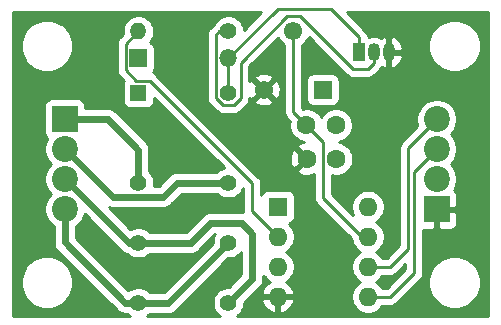
<source format=gbr>
%TF.GenerationSoftware,KiCad,Pcbnew,(5.1.12)-1*%
%TF.CreationDate,2022-01-10T13:04:04+01:00*%
%TF.ProjectId,trainCatcherRelay,74726169-6e43-4617-9463-68657252656c,rev?*%
%TF.SameCoordinates,Original*%
%TF.FileFunction,Copper,L2,Bot*%
%TF.FilePolarity,Positive*%
%FSLAX46Y46*%
G04 Gerber Fmt 4.6, Leading zero omitted, Abs format (unit mm)*
G04 Created by KiCad (PCBNEW (5.1.12)-1) date 2022-01-10 13:04:04*
%MOMM*%
%LPD*%
G01*
G04 APERTURE LIST*
%TA.AperFunction,ComponentPad*%
%ADD10C,1.550000*%
%TD*%
%TA.AperFunction,ComponentPad*%
%ADD11R,1.550000X1.550000*%
%TD*%
%TA.AperFunction,ComponentPad*%
%ADD12C,1.600000*%
%TD*%
%TA.AperFunction,ComponentPad*%
%ADD13C,1.400000*%
%TD*%
%TA.AperFunction,ComponentPad*%
%ADD14R,1.400000X1.400000*%
%TD*%
%TA.AperFunction,ComponentPad*%
%ADD15R,1.050000X1.500000*%
%TD*%
%TA.AperFunction,ComponentPad*%
%ADD16O,1.050000X1.500000*%
%TD*%
%TA.AperFunction,ComponentPad*%
%ADD17O,1.600000X1.600000*%
%TD*%
%TA.AperFunction,ComponentPad*%
%ADD18R,1.600000X1.600000*%
%TD*%
%TA.AperFunction,ComponentPad*%
%ADD19O,1.400000X1.400000*%
%TD*%
%TA.AperFunction,ComponentPad*%
%ADD20C,2.200000*%
%TD*%
%TA.AperFunction,ComponentPad*%
%ADD21R,2.200000X2.200000*%
%TD*%
%TA.AperFunction,ComponentPad*%
%ADD22O,1.500000X1.500000*%
%TD*%
%TA.AperFunction,ComponentPad*%
%ADD23R,1.500000X1.500000*%
%TD*%
%TA.AperFunction,ViaPad*%
%ADD24C,0.800000*%
%TD*%
%TA.AperFunction,Conductor*%
%ADD25C,0.250000*%
%TD*%
%TA.AperFunction,Conductor*%
%ADD26C,0.600000*%
%TD*%
%TA.AperFunction,Conductor*%
%ADD27C,0.254000*%
%TD*%
%TA.AperFunction,Conductor*%
%ADD28C,0.100000*%
%TD*%
G04 APERTURE END LIST*
D10*
%TO.P,RV1,2*%
%TO.N,/timeDelay*%
X147360000Y63801000D03*
D11*
%TO.P,RV1,1*%
%TO.N,+5V*%
X149860000Y58801000D03*
D10*
%TO.P,RV1,3*%
%TO.N,GND*%
X144860000Y58801000D03*
%TD*%
D12*
%TO.P,C2,2*%
%TO.N,/timeDelay*%
X148463000Y55793000D03*
%TO.P,C2,1*%
%TO.N,+5V*%
X150963000Y55793000D03*
%TD*%
D13*
%TO.P,K1,13*%
%TO.N,Net-(J2-Pad2)*%
X141859000Y50927000D03*
%TO.P,K1,9*%
%TO.N,Net-(J2-Pad3)*%
X141859000Y40767000D03*
%TO.P,K1,11*%
%TO.N,Net-(J2-Pad4)*%
X141859000Y45847000D03*
%TO.P,K1,4*%
%TO.N,Net-(J2-Pad1)*%
X134239000Y50927000D03*
%TO.P,K1,8*%
%TO.N,Net-(J2-Pad4)*%
X134239000Y40767000D03*
%TO.P,K1,6*%
%TO.N,Net-(J2-Pad3)*%
X134239000Y45847000D03*
%TO.P,K1,16*%
%TO.N,Net-(D1-Pad2)*%
X141859000Y58547000D03*
D14*
%TO.P,K1,1*%
%TO.N,+5V*%
X134239000Y58547000D03*
%TD*%
D15*
%TO.P,Q1,1*%
%TO.N,Net-(D1-Pad2)*%
X152908000Y61976000D03*
D16*
%TO.P,Q1,3*%
%TO.N,GND*%
X155448000Y61976000D03*
%TO.P,Q1,2*%
%TO.N,Net-(Q1-Pad2)*%
X154178000Y61976000D03*
%TD*%
D12*
%TO.P,C1,2*%
%TO.N,GND*%
X148503000Y52959000D03*
%TO.P,C1,1*%
%TO.N,+5V*%
X151003000Y52959000D03*
%TD*%
D17*
%TO.P,U1,8*%
%TO.N,+5V*%
X153670000Y48895000D03*
%TO.P,U1,4*%
%TO.N,GND*%
X146050000Y41275000D03*
%TO.P,U1,7*%
%TO.N,/timeDelay*%
X153670000Y46355000D03*
%TO.P,U1,3*%
%TO.N,Net-(U1-Pad3)*%
X146050000Y43815000D03*
%TO.P,U1,6*%
%TO.N,/set*%
X153670000Y43815000D03*
%TO.P,U1,2*%
%TO.N,/relay*%
X146050000Y46355000D03*
%TO.P,U1,5*%
%TO.N,/reset*%
X153670000Y41275000D03*
D18*
%TO.P,U1,1*%
%TO.N,Net-(U1-Pad1)*%
X146050000Y48895000D03*
%TD*%
D19*
%TO.P,R1,2*%
%TO.N,/relay*%
X134239000Y63754000D03*
D13*
%TO.P,R1,1*%
%TO.N,Net-(Q1-Pad2)*%
X141859000Y63754000D03*
%TD*%
D20*
%TO.P,J2,4*%
%TO.N,Net-(J2-Pad4)*%
X128000000Y48710000D03*
%TO.P,J2,3*%
%TO.N,Net-(J2-Pad3)*%
X128000000Y51250000D03*
%TO.P,J2,2*%
%TO.N,Net-(J2-Pad2)*%
X128000000Y53790000D03*
D21*
%TO.P,J2,1*%
%TO.N,Net-(J2-Pad1)*%
X128000000Y56330000D03*
%TD*%
D20*
%TO.P,J1,4*%
%TO.N,/set*%
X159500000Y56290000D03*
%TO.P,J1,3*%
%TO.N,/reset*%
X159500000Y53750000D03*
%TO.P,J1,2*%
%TO.N,+5V*%
X159500000Y51210000D03*
D21*
%TO.P,J1,1*%
%TO.N,GND*%
X159500000Y48670000D03*
%TD*%
D22*
%TO.P,D1,2*%
%TO.N,Net-(D1-Pad2)*%
X141859000Y61468000D03*
D23*
%TO.P,D1,1*%
%TO.N,+5V*%
X134239000Y61468000D03*
%TD*%
D24*
%TO.N,GND*%
X157226000Y59182000D03*
X155067000Y57531000D03*
X149225000Y61214000D03*
X145669000Y60833000D03*
X145796000Y52832000D03*
X141224000Y55880000D03*
X138430000Y54229000D03*
X139827000Y48768000D03*
X137795000Y43942000D03*
X139319000Y41021000D03*
X151384000Y41402000D03*
X149098000Y48260000D03*
X151638000Y50419000D03*
X155702000Y46736000D03*
X155194000Y52324000D03*
X155575000Y42672000D03*
X158877000Y46228000D03*
X156718000Y40767000D03*
X161671000Y49149000D03*
X161671000Y57023000D03*
X156718000Y64262000D03*
%TD*%
D25*
%TO.N,Net-(D1-Pad2)*%
X141859000Y61468000D02*
X141859000Y58547000D01*
X152908000Y63246000D02*
X152908000Y61976000D01*
X150504010Y65649990D02*
X152908000Y63246000D01*
X146040990Y65649990D02*
X150504010Y65649990D01*
X141859000Y61468000D02*
X146040990Y65649990D01*
%TO.N,/set*%
X159500000Y56290000D02*
X157099000Y53889000D01*
X157099000Y53889000D02*
X157099000Y45339000D01*
X155575000Y43815000D02*
X153670000Y43815000D01*
X157099000Y45339000D02*
X155575000Y43815000D01*
%TO.N,/reset*%
X153670000Y41275000D02*
X155575000Y41275000D01*
X155575000Y41275000D02*
X157607000Y43307000D01*
X157607000Y51857000D02*
X159500000Y53750000D01*
X157607000Y43307000D02*
X157607000Y51857000D01*
D26*
%TO.N,Net-(J2-Pad4)*%
X136779000Y40767000D02*
X141859000Y45847000D01*
X134239000Y40767000D02*
X136779000Y40767000D01*
X134239000Y40767000D02*
X133096000Y40767000D01*
X128000000Y45863000D02*
X128000000Y48710000D01*
X133096000Y40767000D02*
X128000000Y45863000D01*
%TO.N,Net-(J2-Pad3)*%
X133403000Y45847000D02*
X134239000Y45847000D01*
X128000000Y51250000D02*
X133403000Y45847000D01*
X134239000Y45847000D02*
X138684000Y45847000D01*
X138684000Y45847000D02*
X140335000Y47498000D01*
X140335000Y47498000D02*
X143002000Y47498000D01*
X143002000Y47498000D02*
X143891000Y46609000D01*
X143891000Y42799000D02*
X141859000Y40767000D01*
X143891000Y46609000D02*
X143891000Y42799000D01*
%TO.N,Net-(J2-Pad2)*%
X132063001Y49726999D02*
X136340999Y49726999D01*
X128000000Y53790000D02*
X132063001Y49726999D01*
X137541000Y50927000D02*
X141859000Y50927000D01*
X136340999Y49726999D02*
X137541000Y50927000D01*
%TO.N,Net-(J2-Pad1)*%
X134239000Y50927000D02*
X134239000Y53721000D01*
X131630000Y56330000D02*
X128000000Y56330000D01*
X134239000Y53721000D02*
X131630000Y56330000D01*
D25*
%TO.N,Net-(Q1-Pad2)*%
X141366999Y57521999D02*
X140783999Y58104999D01*
X142351001Y57521999D02*
X141366999Y57521999D01*
X142884001Y58054999D02*
X142351001Y57521999D01*
X142884001Y61096001D02*
X142884001Y58054999D01*
X141097000Y63754000D02*
X141859000Y63754000D01*
X146812000Y65024000D02*
X142884001Y61096001D01*
X147955000Y65024000D02*
X146812000Y65024000D01*
X140783999Y58104999D02*
X140783999Y63440999D01*
X152400000Y60579000D02*
X147955000Y65024000D01*
X153670000Y60579000D02*
X152400000Y60579000D01*
X154178000Y61087000D02*
X153670000Y60579000D01*
X140783999Y63440999D02*
X141097000Y63754000D01*
X154178000Y61976000D02*
X154178000Y61087000D01*
%TO.N,/relay*%
X135199001Y59572001D02*
X143891000Y50880002D01*
X134049997Y59572001D02*
X135199001Y59572001D01*
X133163999Y60457999D02*
X134049997Y59572001D01*
X133163999Y62678999D02*
X133163999Y60457999D01*
X134239000Y63754000D02*
X133163999Y62678999D01*
X143891000Y48514000D02*
X146050000Y46355000D01*
X143891000Y50880002D02*
X143891000Y48514000D01*
%TO.N,/timeDelay*%
X147360000Y56896000D02*
X148463000Y55793000D01*
X147360000Y63801000D02*
X147360000Y56896000D01*
X149877999Y54378001D02*
X149877999Y49639001D01*
X148463000Y55793000D02*
X149877999Y54378001D01*
X153162000Y46355000D02*
X153670000Y46355000D01*
X149877999Y49639001D02*
X153162000Y46355000D01*
%TD*%
D27*
%TO.N,GND*%
X142956001Y43186290D02*
X141871711Y42102000D01*
X141727514Y42102000D01*
X141469595Y42050696D01*
X141226641Y41950061D01*
X141007987Y41803962D01*
X140822038Y41618013D01*
X140675939Y41399359D01*
X140575304Y41156405D01*
X140524000Y40898486D01*
X140524000Y40635514D01*
X140575304Y40377595D01*
X140675939Y40134641D01*
X140822038Y39915987D01*
X141007987Y39730038D01*
X141112807Y39660000D01*
X134985193Y39660000D01*
X135090013Y39730038D01*
X135191975Y39832000D01*
X136733068Y39832000D01*
X136779000Y39827476D01*
X136824932Y39832000D01*
X136962292Y39845529D01*
X137138540Y39898993D01*
X137300972Y39985814D01*
X137443344Y40102656D01*
X137472630Y40138341D01*
X141846289Y44512000D01*
X141990486Y44512000D01*
X142248405Y44563304D01*
X142491359Y44663939D01*
X142710013Y44810038D01*
X142895962Y44995987D01*
X142956000Y45085841D01*
X142956001Y43186290D01*
%TA.AperFunction,Conductor*%
D28*
G36*
X142956001Y43186290D02*
G01*
X141871711Y42102000D01*
X141727514Y42102000D01*
X141469595Y42050696D01*
X141226641Y41950061D01*
X141007987Y41803962D01*
X140822038Y41618013D01*
X140675939Y41399359D01*
X140575304Y41156405D01*
X140524000Y40898486D01*
X140524000Y40635514D01*
X140575304Y40377595D01*
X140675939Y40134641D01*
X140822038Y39915987D01*
X141007987Y39730038D01*
X141112807Y39660000D01*
X134985193Y39660000D01*
X135090013Y39730038D01*
X135191975Y39832000D01*
X136733068Y39832000D01*
X136779000Y39827476D01*
X136824932Y39832000D01*
X136962292Y39845529D01*
X137138540Y39898993D01*
X137300972Y39985814D01*
X137443344Y40102656D01*
X137472630Y40138341D01*
X141846289Y44512000D01*
X141990486Y44512000D01*
X142248405Y44563304D01*
X142491359Y44663939D01*
X142710013Y44810038D01*
X142895962Y44995987D01*
X142956000Y45085841D01*
X142956001Y43186290D01*
G37*
%TD.AperFunction*%
D27*
X143194000Y63877801D02*
X143194000Y63885486D01*
X143142696Y64143405D01*
X143042061Y64386359D01*
X142895962Y64605013D01*
X142710013Y64790962D01*
X142491359Y64937061D01*
X142248405Y65037696D01*
X141990486Y65089000D01*
X141727514Y65089000D01*
X141469595Y65037696D01*
X141226641Y64937061D01*
X141007987Y64790962D01*
X140822038Y64605013D01*
X140680443Y64393100D01*
X140672724Y64388974D01*
X140556999Y64294001D01*
X140533196Y64264997D01*
X140272997Y64004798D01*
X140243999Y63981000D01*
X140220201Y63952002D01*
X140220200Y63952001D01*
X140149025Y63865275D01*
X140078453Y63733245D01*
X140034997Y63589984D01*
X140020323Y63440999D01*
X140024000Y63403667D01*
X140023999Y58142322D01*
X140020323Y58104999D01*
X140023999Y58067677D01*
X140023999Y58067667D01*
X140034996Y57956014D01*
X140074389Y57826151D01*
X140078453Y57812753D01*
X140149025Y57680723D01*
X140157018Y57670984D01*
X140243998Y57564998D01*
X140273001Y57541196D01*
X140803199Y57010997D01*
X140826998Y56981998D01*
X140855996Y56958200D01*
X140942723Y56887025D01*
X141074752Y56816453D01*
X141218013Y56772996D01*
X141366999Y56758322D01*
X141404332Y56761999D01*
X142313679Y56761999D01*
X142351001Y56758323D01*
X142388323Y56761999D01*
X142388334Y56761999D01*
X142499987Y56772996D01*
X142643248Y56816453D01*
X142775277Y56887025D01*
X142891002Y56981998D01*
X142914804Y57011001D01*
X143395003Y57491199D01*
X143424002Y57514998D01*
X143518975Y57630723D01*
X143589547Y57762752D01*
X143608778Y57826151D01*
X144064756Y57826151D01*
X144133310Y57584732D01*
X144384556Y57466332D01*
X144654071Y57399222D01*
X144931502Y57385982D01*
X145206184Y57427121D01*
X145467562Y57521057D01*
X145586690Y57584732D01*
X145655244Y57826151D01*
X144860000Y58621395D01*
X144064756Y57826151D01*
X143608778Y57826151D01*
X143633004Y57906013D01*
X143644001Y58017666D01*
X143644001Y58017676D01*
X143647677Y58054999D01*
X143645834Y58073713D01*
X143885151Y58005756D01*
X144680395Y58801000D01*
X145039605Y58801000D01*
X145834849Y58005756D01*
X146076268Y58074310D01*
X146194668Y58325556D01*
X146261778Y58595071D01*
X146275018Y58872502D01*
X146233879Y59147184D01*
X146139943Y59408562D01*
X146076268Y59527690D01*
X145834849Y59596244D01*
X145039605Y58801000D01*
X144680395Y58801000D01*
X143885151Y59596244D01*
X143644001Y59527766D01*
X143644001Y59775849D01*
X144064756Y59775849D01*
X144860000Y58980605D01*
X145655244Y59775849D01*
X145586690Y60017268D01*
X145335444Y60135668D01*
X145065929Y60202778D01*
X144788498Y60216018D01*
X144513816Y60174879D01*
X144252438Y60080943D01*
X144133310Y60017268D01*
X144064756Y59775849D01*
X143644001Y59775849D01*
X143644001Y60781200D01*
X146076922Y63214119D01*
X146110475Y63133115D01*
X146264782Y62902178D01*
X146461178Y62705782D01*
X146600000Y62613024D01*
X146600001Y56933332D01*
X146596324Y56896000D01*
X146600001Y56858667D01*
X146600481Y56853799D01*
X146610998Y56747015D01*
X146654454Y56603754D01*
X146725026Y56471724D01*
X146796201Y56384998D01*
X146820000Y56355999D01*
X146848998Y56332201D01*
X147064312Y56116887D01*
X147028000Y55934335D01*
X147028000Y55651665D01*
X147083147Y55374426D01*
X147191320Y55113273D01*
X147348363Y54878241D01*
X147548241Y54678363D01*
X147783273Y54521320D01*
X148044426Y54413147D01*
X148250221Y54372211D01*
X148152870Y54357787D01*
X147886708Y54262603D01*
X147761486Y54195671D01*
X147689903Y53951702D01*
X148503000Y53138605D01*
X148517143Y53152748D01*
X148696748Y52973143D01*
X148682605Y52959000D01*
X148696748Y52944858D01*
X148517143Y52765253D01*
X148503000Y52779395D01*
X147689903Y51966298D01*
X147761486Y51722329D01*
X148016996Y51601429D01*
X148291184Y51532700D01*
X148573512Y51518783D01*
X148853130Y51560213D01*
X149118000Y51654935D01*
X149118000Y49676333D01*
X149114323Y49639001D01*
X149118000Y49601668D01*
X149124879Y49531831D01*
X149128997Y49490016D01*
X149172453Y49346755D01*
X149243025Y49214725D01*
X149296986Y49148974D01*
X149337999Y49099000D01*
X149366997Y49075202D01*
X152236606Y46205592D01*
X152290147Y45936426D01*
X152398320Y45675273D01*
X152555363Y45440241D01*
X152755241Y45240363D01*
X152987759Y45085000D01*
X152755241Y44929637D01*
X152555363Y44729759D01*
X152398320Y44494727D01*
X152290147Y44233574D01*
X152235000Y43956335D01*
X152235000Y43673665D01*
X152290147Y43396426D01*
X152398320Y43135273D01*
X152555363Y42900241D01*
X152755241Y42700363D01*
X152987759Y42545000D01*
X152755241Y42389637D01*
X152555363Y42189759D01*
X152398320Y41954727D01*
X152290147Y41693574D01*
X152235000Y41416335D01*
X152235000Y41133665D01*
X152290147Y40856426D01*
X152398320Y40595273D01*
X152555363Y40360241D01*
X152755241Y40160363D01*
X152990273Y40003320D01*
X153251426Y39895147D01*
X153528665Y39840000D01*
X153811335Y39840000D01*
X154088574Y39895147D01*
X154349727Y40003320D01*
X154584759Y40160363D01*
X154784637Y40360241D01*
X154888043Y40515000D01*
X155537678Y40515000D01*
X155575000Y40511324D01*
X155612322Y40515000D01*
X155612333Y40515000D01*
X155723986Y40525997D01*
X155867247Y40569454D01*
X155999276Y40640026D01*
X156115001Y40734999D01*
X156138804Y40764003D01*
X158094929Y42720128D01*
X158765000Y42720128D01*
X158765000Y42279872D01*
X158850890Y41848075D01*
X159019369Y41441331D01*
X159263962Y41075271D01*
X159575271Y40763962D01*
X159941331Y40519369D01*
X160348075Y40350890D01*
X160779872Y40265000D01*
X161220128Y40265000D01*
X161651925Y40350890D01*
X162058669Y40519369D01*
X162424729Y40763962D01*
X162736038Y41075271D01*
X162980631Y41441331D01*
X163149110Y41848075D01*
X163235000Y42279872D01*
X163235000Y42720128D01*
X163149110Y43151925D01*
X162980631Y43558669D01*
X162736038Y43924729D01*
X162424729Y44236038D01*
X162058669Y44480631D01*
X161651925Y44649110D01*
X161220128Y44735000D01*
X160779872Y44735000D01*
X160348075Y44649110D01*
X159941331Y44480631D01*
X159575271Y44236038D01*
X159263962Y43924729D01*
X159019369Y43558669D01*
X158850890Y43151925D01*
X158765000Y42720128D01*
X158094929Y42720128D01*
X158118004Y42743202D01*
X158147001Y42766999D01*
X158173332Y42799083D01*
X158241974Y42882723D01*
X158312546Y43014753D01*
X158312546Y43014754D01*
X158356003Y43158014D01*
X158367000Y43269667D01*
X158367000Y43269677D01*
X158370676Y43307000D01*
X158367000Y43344323D01*
X158367000Y46935178D01*
X158400000Y46931928D01*
X159214250Y46935000D01*
X159373000Y47093750D01*
X159373000Y48543000D01*
X159627000Y48543000D01*
X159627000Y47093750D01*
X159785750Y46935000D01*
X160600000Y46931928D01*
X160724482Y46944188D01*
X160844180Y46980498D01*
X160954494Y47039463D01*
X161051185Y47118815D01*
X161130537Y47215506D01*
X161189502Y47325820D01*
X161225812Y47445518D01*
X161238072Y47570000D01*
X161235000Y48384250D01*
X161076250Y48543000D01*
X159627000Y48543000D01*
X159373000Y48543000D01*
X159353000Y48543000D01*
X159353000Y48797000D01*
X159373000Y48797000D01*
X159373000Y48817000D01*
X159627000Y48817000D01*
X159627000Y48797000D01*
X161076250Y48797000D01*
X161235000Y48955750D01*
X161238072Y49770000D01*
X161225812Y49894482D01*
X161189502Y50014180D01*
X161130537Y50124494D01*
X161051185Y50221185D01*
X160970310Y50287557D01*
X161037537Y50388169D01*
X161168325Y50703919D01*
X161235000Y51039117D01*
X161235000Y51380883D01*
X161168325Y51716081D01*
X161037537Y52031831D01*
X160847663Y52315998D01*
X160683661Y52480000D01*
X160847663Y52644002D01*
X161037537Y52928169D01*
X161168325Y53243919D01*
X161235000Y53579117D01*
X161235000Y53920883D01*
X161168325Y54256081D01*
X161037537Y54571831D01*
X160847663Y54855998D01*
X160683661Y55020000D01*
X160847663Y55184002D01*
X161037537Y55468169D01*
X161168325Y55783919D01*
X161235000Y56119117D01*
X161235000Y56460883D01*
X161168325Y56796081D01*
X161037537Y57111831D01*
X160847663Y57395998D01*
X160605998Y57637663D01*
X160321831Y57827537D01*
X160006081Y57958325D01*
X159670883Y58025000D01*
X159329117Y58025000D01*
X158993919Y57958325D01*
X158678169Y57827537D01*
X158394002Y57637663D01*
X158152337Y57395998D01*
X157962463Y57111831D01*
X157831675Y56796081D01*
X157765000Y56460883D01*
X157765000Y56119117D01*
X157831675Y55783919D01*
X157857286Y55722088D01*
X156588003Y54452804D01*
X156558999Y54429001D01*
X156517145Y54378001D01*
X156464026Y54313276D01*
X156419877Y54230680D01*
X156393454Y54181246D01*
X156349997Y54037985D01*
X156339000Y53926332D01*
X156339000Y53926322D01*
X156335324Y53889000D01*
X156339000Y53851678D01*
X156339001Y45653804D01*
X155260199Y44575000D01*
X154888043Y44575000D01*
X154784637Y44729759D01*
X154584759Y44929637D01*
X154352241Y45085000D01*
X154584759Y45240363D01*
X154784637Y45440241D01*
X154941680Y45675273D01*
X155049853Y45936426D01*
X155105000Y46213665D01*
X155105000Y46496335D01*
X155049853Y46773574D01*
X154941680Y47034727D01*
X154784637Y47269759D01*
X154584759Y47469637D01*
X154352241Y47625000D01*
X154584759Y47780363D01*
X154784637Y47980241D01*
X154941680Y48215273D01*
X155049853Y48476426D01*
X155105000Y48753665D01*
X155105000Y49036335D01*
X155049853Y49313574D01*
X154941680Y49574727D01*
X154784637Y49809759D01*
X154584759Y50009637D01*
X154349727Y50166680D01*
X154088574Y50274853D01*
X153811335Y50330000D01*
X153528665Y50330000D01*
X153251426Y50274853D01*
X152990273Y50166680D01*
X152755241Y50009637D01*
X152555363Y49809759D01*
X152398320Y49574727D01*
X152290147Y49313574D01*
X152235000Y49036335D01*
X152235000Y48753665D01*
X152290147Y48476426D01*
X152398320Y48215273D01*
X152442200Y48149601D01*
X150637999Y49953802D01*
X150637999Y51568491D01*
X150861665Y51524000D01*
X151144335Y51524000D01*
X151421574Y51579147D01*
X151682727Y51687320D01*
X151917759Y51844363D01*
X152117637Y52044241D01*
X152274680Y52279273D01*
X152382853Y52540426D01*
X152438000Y52817665D01*
X152438000Y53100335D01*
X152382853Y53377574D01*
X152274680Y53638727D01*
X152117637Y53873759D01*
X151917759Y54073637D01*
X151682727Y54230680D01*
X151421574Y54338853D01*
X151214826Y54379978D01*
X151381574Y54413147D01*
X151642727Y54521320D01*
X151877759Y54678363D01*
X152077637Y54878241D01*
X152234680Y55113273D01*
X152342853Y55374426D01*
X152398000Y55651665D01*
X152398000Y55934335D01*
X152342853Y56211574D01*
X152234680Y56472727D01*
X152077637Y56707759D01*
X151877759Y56907637D01*
X151642727Y57064680D01*
X151381574Y57172853D01*
X151104335Y57228000D01*
X150821665Y57228000D01*
X150544426Y57172853D01*
X150283273Y57064680D01*
X150048241Y56907637D01*
X149848363Y56707759D01*
X149713000Y56505173D01*
X149577637Y56707759D01*
X149377759Y56907637D01*
X149142727Y57064680D01*
X148881574Y57172853D01*
X148604335Y57228000D01*
X148321665Y57228000D01*
X148139113Y57191688D01*
X148120000Y57210801D01*
X148120000Y59576000D01*
X148446928Y59576000D01*
X148446928Y58026000D01*
X148459188Y57901518D01*
X148495498Y57781820D01*
X148554463Y57671506D01*
X148633815Y57574815D01*
X148730506Y57495463D01*
X148840820Y57436498D01*
X148960518Y57400188D01*
X149085000Y57387928D01*
X150635000Y57387928D01*
X150759482Y57400188D01*
X150879180Y57436498D01*
X150989494Y57495463D01*
X151086185Y57574815D01*
X151165537Y57671506D01*
X151224502Y57781820D01*
X151260812Y57901518D01*
X151273072Y58026000D01*
X151273072Y59576000D01*
X151260812Y59700482D01*
X151224502Y59820180D01*
X151165537Y59930494D01*
X151086185Y60027185D01*
X150989494Y60106537D01*
X150879180Y60165502D01*
X150759482Y60201812D01*
X150635000Y60214072D01*
X149085000Y60214072D01*
X148960518Y60201812D01*
X148840820Y60165502D01*
X148730506Y60106537D01*
X148633815Y60027185D01*
X148554463Y59930494D01*
X148495498Y59820180D01*
X148459188Y59700482D01*
X148446928Y59576000D01*
X148120000Y59576000D01*
X148120000Y62613024D01*
X148258822Y62705782D01*
X148455218Y62902178D01*
X148609525Y63133115D01*
X148656845Y63247354D01*
X151836201Y60067997D01*
X151859999Y60038999D01*
X151975724Y59944026D01*
X152107753Y59873454D01*
X152251014Y59829997D01*
X152362667Y59819000D01*
X152362676Y59819000D01*
X152399999Y59815324D01*
X152437322Y59819000D01*
X153632678Y59819000D01*
X153670000Y59815324D01*
X153707322Y59819000D01*
X153707333Y59819000D01*
X153818986Y59829997D01*
X153962247Y59873454D01*
X154094276Y59944026D01*
X154210001Y60038999D01*
X154233803Y60068002D01*
X154689002Y60523200D01*
X154718001Y60546999D01*
X154812974Y60662724D01*
X154856452Y60744064D01*
X154871118Y60733725D01*
X155080663Y60640728D01*
X155142190Y60632036D01*
X155321000Y60757837D01*
X155321000Y61522892D01*
X155321215Y61523601D01*
X155338000Y61694022D01*
X155338000Y61849000D01*
X155575000Y61849000D01*
X155575000Y60757837D01*
X155753810Y60632036D01*
X155815337Y60640728D01*
X156024882Y60733725D01*
X156212258Y60865816D01*
X156370264Y61031924D01*
X156492828Y61225666D01*
X156575239Y61439596D01*
X156614331Y61665493D01*
X156454598Y61849000D01*
X155575000Y61849000D01*
X155338000Y61849000D01*
X155338000Y62257979D01*
X155321215Y62428400D01*
X155321000Y62429109D01*
X155321000Y63194163D01*
X155575000Y63194163D01*
X155575000Y62103000D01*
X156454598Y62103000D01*
X156614331Y62286507D01*
X156575239Y62512404D01*
X156495219Y62720128D01*
X158765000Y62720128D01*
X158765000Y62279872D01*
X158850890Y61848075D01*
X159019369Y61441331D01*
X159263962Y61075271D01*
X159575271Y60763962D01*
X159941331Y60519369D01*
X160348075Y60350890D01*
X160779872Y60265000D01*
X161220128Y60265000D01*
X161651925Y60350890D01*
X162058669Y60519369D01*
X162424729Y60763962D01*
X162736038Y61075271D01*
X162980631Y61441331D01*
X163149110Y61848075D01*
X163235000Y62279872D01*
X163235000Y62720128D01*
X163149110Y63151925D01*
X162980631Y63558669D01*
X162736038Y63924729D01*
X162424729Y64236038D01*
X162058669Y64480631D01*
X161651925Y64649110D01*
X161220128Y64735000D01*
X160779872Y64735000D01*
X160348075Y64649110D01*
X159941331Y64480631D01*
X159575271Y64236038D01*
X159263962Y63924729D01*
X159019369Y63558669D01*
X158850890Y63151925D01*
X158765000Y62720128D01*
X156495219Y62720128D01*
X156492828Y62726334D01*
X156370264Y62920076D01*
X156212258Y63086184D01*
X156024882Y63218275D01*
X155815337Y63311272D01*
X155753810Y63319964D01*
X155575000Y63194163D01*
X155321000Y63194163D01*
X155142190Y63319964D01*
X155080663Y63311272D01*
X154871118Y63218275D01*
X154812669Y63177071D01*
X154624059Y63277885D01*
X154405399Y63344215D01*
X154178000Y63366612D01*
X153950600Y63344215D01*
X153741902Y63280907D01*
X153677180Y63315502D01*
X153664451Y63319363D01*
X153657003Y63394986D01*
X153613546Y63538247D01*
X153542974Y63670276D01*
X153448001Y63786001D01*
X153419004Y63809798D01*
X151888801Y65340000D01*
X163840001Y65340000D01*
X163840000Y39660000D01*
X142605193Y39660000D01*
X142710013Y39730038D01*
X142895962Y39915987D01*
X143042061Y40134641D01*
X143142696Y40377595D01*
X143194000Y40635514D01*
X143194000Y40779711D01*
X143340250Y40925961D01*
X144658096Y40925961D01*
X144698754Y40791913D01*
X144818963Y40537580D01*
X144986481Y40311586D01*
X145194869Y40122615D01*
X145436119Y39977930D01*
X145700960Y39883091D01*
X145923000Y40004376D01*
X145923000Y41148000D01*
X146177000Y41148000D01*
X146177000Y40004376D01*
X146399040Y39883091D01*
X146663881Y39977930D01*
X146905131Y40122615D01*
X147113519Y40311586D01*
X147281037Y40537580D01*
X147401246Y40791913D01*
X147441904Y40925961D01*
X147319915Y41148000D01*
X146177000Y41148000D01*
X145923000Y41148000D01*
X144780085Y41148000D01*
X144658096Y40925961D01*
X143340250Y40925961D01*
X144519659Y42105370D01*
X144555344Y42134656D01*
X144672186Y42277028D01*
X144759007Y42439460D01*
X144812471Y42615708D01*
X144826000Y42753068D01*
X144830524Y42799000D01*
X144826000Y42844932D01*
X144826000Y43063915D01*
X144935363Y42900241D01*
X145135241Y42700363D01*
X145370273Y42543320D01*
X145380865Y42538933D01*
X145194869Y42427385D01*
X144986481Y42238414D01*
X144818963Y42012420D01*
X144698754Y41758087D01*
X144658096Y41624039D01*
X144780085Y41402000D01*
X145923000Y41402000D01*
X145923000Y41422000D01*
X146177000Y41422000D01*
X146177000Y41402000D01*
X147319915Y41402000D01*
X147441904Y41624039D01*
X147401246Y41758087D01*
X147281037Y42012420D01*
X147113519Y42238414D01*
X146905131Y42427385D01*
X146719135Y42538933D01*
X146729727Y42543320D01*
X146964759Y42700363D01*
X147164637Y42900241D01*
X147321680Y43135273D01*
X147429853Y43396426D01*
X147485000Y43673665D01*
X147485000Y43956335D01*
X147429853Y44233574D01*
X147321680Y44494727D01*
X147164637Y44729759D01*
X146964759Y44929637D01*
X146732241Y45085000D01*
X146964759Y45240363D01*
X147164637Y45440241D01*
X147321680Y45675273D01*
X147429853Y45936426D01*
X147485000Y46213665D01*
X147485000Y46496335D01*
X147429853Y46773574D01*
X147321680Y47034727D01*
X147164637Y47269759D01*
X146966039Y47468357D01*
X146974482Y47469188D01*
X147094180Y47505498D01*
X147204494Y47564463D01*
X147301185Y47643815D01*
X147380537Y47740506D01*
X147439502Y47850820D01*
X147475812Y47970518D01*
X147488072Y48095000D01*
X147488072Y49695000D01*
X147475812Y49819482D01*
X147439502Y49939180D01*
X147380537Y50049494D01*
X147301185Y50146185D01*
X147204494Y50225537D01*
X147094180Y50284502D01*
X146974482Y50320812D01*
X146850000Y50333072D01*
X145250000Y50333072D01*
X145125518Y50320812D01*
X145005820Y50284502D01*
X144895506Y50225537D01*
X144798815Y50146185D01*
X144719463Y50049494D01*
X144660498Y49939180D01*
X144651000Y49907869D01*
X144651000Y50842679D01*
X144654676Y50880002D01*
X144651000Y50917325D01*
X144651000Y50917335D01*
X144640003Y51028988D01*
X144596546Y51172249D01*
X144525974Y51304278D01*
X144431001Y51420003D01*
X144402004Y51443800D01*
X142957316Y52888488D01*
X147062783Y52888488D01*
X147104213Y52608870D01*
X147199397Y52342708D01*
X147266329Y52217486D01*
X147510298Y52145903D01*
X148323395Y52959000D01*
X147510298Y53772097D01*
X147266329Y53700514D01*
X147145429Y53445004D01*
X147076700Y53170816D01*
X147062783Y52888488D01*
X142957316Y52888488D01*
X135762803Y60083000D01*
X135739002Y60112002D01*
X135623277Y60206975D01*
X135491248Y60277547D01*
X135457415Y60287810D01*
X135519537Y60363506D01*
X135578502Y60473820D01*
X135614812Y60593518D01*
X135627072Y60718000D01*
X135627072Y62218000D01*
X135614812Y62342482D01*
X135578502Y62462180D01*
X135519537Y62572494D01*
X135440185Y62669185D01*
X135343494Y62748537D01*
X135233180Y62807502D01*
X135192743Y62819768D01*
X135275962Y62902987D01*
X135422061Y63121641D01*
X135522696Y63364595D01*
X135574000Y63622514D01*
X135574000Y63885486D01*
X135522696Y64143405D01*
X135422061Y64386359D01*
X135275962Y64605013D01*
X135090013Y64790962D01*
X134871359Y64937061D01*
X134628405Y65037696D01*
X134370486Y65089000D01*
X134107514Y65089000D01*
X133849595Y65037696D01*
X133606641Y64937061D01*
X133387987Y64790962D01*
X133202038Y64605013D01*
X133055939Y64386359D01*
X132955304Y64143405D01*
X132904000Y63885486D01*
X132904000Y63622514D01*
X132925355Y63515156D01*
X132653001Y63242803D01*
X132623998Y63219000D01*
X132568951Y63151925D01*
X132529025Y63103275D01*
X132487299Y63025212D01*
X132458453Y62971245D01*
X132414996Y62827984D01*
X132403999Y62716331D01*
X132403999Y62716321D01*
X132400323Y62678999D01*
X132403999Y62641676D01*
X132404000Y60495331D01*
X132400323Y60457999D01*
X132404000Y60420666D01*
X132414997Y60309013D01*
X132424542Y60277547D01*
X132458453Y60165753D01*
X132529025Y60033723D01*
X132600200Y59946997D01*
X132623999Y59917998D01*
X132652997Y59894200D01*
X132986602Y59560595D01*
X132949498Y59491180D01*
X132913188Y59371482D01*
X132900928Y59247000D01*
X132900928Y57847000D01*
X132913188Y57722518D01*
X132949498Y57602820D01*
X133008463Y57492506D01*
X133087815Y57395815D01*
X133184506Y57316463D01*
X133294820Y57257498D01*
X133414518Y57221188D01*
X133539000Y57208928D01*
X134939000Y57208928D01*
X135063482Y57221188D01*
X135183180Y57257498D01*
X135293494Y57316463D01*
X135390185Y57395815D01*
X135469537Y57492506D01*
X135528502Y57602820D01*
X135564812Y57722518D01*
X135577072Y57847000D01*
X135577072Y58119129D01*
X141482865Y52213336D01*
X141469595Y52210696D01*
X141226641Y52110061D01*
X141007987Y51963962D01*
X140906025Y51862000D01*
X137586935Y51862000D01*
X137541000Y51866524D01*
X137357708Y51848472D01*
X137181459Y51795007D01*
X137149666Y51778013D01*
X137019028Y51708186D01*
X136876656Y51591344D01*
X136847370Y51555659D01*
X135953710Y50661999D01*
X135547442Y50661999D01*
X135574000Y50795514D01*
X135574000Y51058486D01*
X135522696Y51316405D01*
X135422061Y51559359D01*
X135275962Y51778013D01*
X135174000Y51879975D01*
X135174000Y53675069D01*
X135178524Y53721001D01*
X135160471Y53904293D01*
X135139540Y53973291D01*
X135107007Y54080540D01*
X135020186Y54242972D01*
X134903344Y54385344D01*
X134867664Y54414626D01*
X132323630Y56958659D01*
X132294344Y56994344D01*
X132151972Y57111186D01*
X131989540Y57198007D01*
X131813292Y57251471D01*
X131675932Y57265000D01*
X131630000Y57269524D01*
X131584068Y57265000D01*
X129738072Y57265000D01*
X129738072Y57430000D01*
X129725812Y57554482D01*
X129689502Y57674180D01*
X129630537Y57784494D01*
X129551185Y57881185D01*
X129454494Y57960537D01*
X129344180Y58019502D01*
X129224482Y58055812D01*
X129100000Y58068072D01*
X126900000Y58068072D01*
X126775518Y58055812D01*
X126655820Y58019502D01*
X126545506Y57960537D01*
X126448815Y57881185D01*
X126369463Y57784494D01*
X126310498Y57674180D01*
X126274188Y57554482D01*
X126261928Y57430000D01*
X126261928Y55230000D01*
X126274188Y55105518D01*
X126310498Y54985820D01*
X126369463Y54875506D01*
X126448815Y54778815D01*
X126529690Y54712443D01*
X126462463Y54611831D01*
X126331675Y54296081D01*
X126265000Y53960883D01*
X126265000Y53619117D01*
X126331675Y53283919D01*
X126462463Y52968169D01*
X126652337Y52684002D01*
X126816339Y52520000D01*
X126652337Y52355998D01*
X126462463Y52071831D01*
X126331675Y51756081D01*
X126265000Y51420883D01*
X126265000Y51079117D01*
X126331675Y50743919D01*
X126462463Y50428169D01*
X126652337Y50144002D01*
X126816339Y49980000D01*
X126652337Y49815998D01*
X126462463Y49531831D01*
X126331675Y49216081D01*
X126265000Y48880883D01*
X126265000Y48539117D01*
X126331675Y48203919D01*
X126462463Y47888169D01*
X126652337Y47604002D01*
X126894002Y47362337D01*
X127065000Y47248080D01*
X127065000Y45908932D01*
X127060476Y45863000D01*
X127065000Y45817069D01*
X127078529Y45679709D01*
X127131993Y45503461D01*
X127218814Y45341029D01*
X127335656Y45198656D01*
X127371341Y45169370D01*
X132402375Y40138336D01*
X132431656Y40102656D01*
X132574028Y39985814D01*
X132736460Y39898993D01*
X132859243Y39861747D01*
X132912707Y39845529D01*
X133095999Y39827476D01*
X133141931Y39832000D01*
X133286025Y39832000D01*
X133387987Y39730038D01*
X133492807Y39660000D01*
X123660000Y39660000D01*
X123660000Y42720128D01*
X124265000Y42720128D01*
X124265000Y42279872D01*
X124350890Y41848075D01*
X124519369Y41441331D01*
X124763962Y41075271D01*
X125075271Y40763962D01*
X125441331Y40519369D01*
X125848075Y40350890D01*
X126279872Y40265000D01*
X126720128Y40265000D01*
X127151925Y40350890D01*
X127558669Y40519369D01*
X127924729Y40763962D01*
X128236038Y41075271D01*
X128480631Y41441331D01*
X128649110Y41848075D01*
X128735000Y42279872D01*
X128735000Y42720128D01*
X128649110Y43151925D01*
X128480631Y43558669D01*
X128236038Y43924729D01*
X127924729Y44236038D01*
X127558669Y44480631D01*
X127151925Y44649110D01*
X126720128Y44735000D01*
X126279872Y44735000D01*
X125848075Y44649110D01*
X125441331Y44480631D01*
X125075271Y44236038D01*
X124763962Y43924729D01*
X124519369Y43558669D01*
X124350890Y43151925D01*
X124265000Y42720128D01*
X123660000Y42720128D01*
X123660000Y62720128D01*
X124265000Y62720128D01*
X124265000Y62279872D01*
X124350890Y61848075D01*
X124519369Y61441331D01*
X124763962Y61075271D01*
X125075271Y60763962D01*
X125441331Y60519369D01*
X125848075Y60350890D01*
X126279872Y60265000D01*
X126720128Y60265000D01*
X127151925Y60350890D01*
X127558669Y60519369D01*
X127924729Y60763962D01*
X128236038Y61075271D01*
X128480631Y61441331D01*
X128649110Y61848075D01*
X128735000Y62279872D01*
X128735000Y62720128D01*
X128649110Y63151925D01*
X128480631Y63558669D01*
X128236038Y63924729D01*
X127924729Y64236038D01*
X127558669Y64480631D01*
X127151925Y64649110D01*
X126720128Y64735000D01*
X126279872Y64735000D01*
X125848075Y64649110D01*
X125441331Y64480631D01*
X125075271Y64236038D01*
X124763962Y63924729D01*
X124519369Y63558669D01*
X124350890Y63151925D01*
X124265000Y62720128D01*
X123660000Y62720128D01*
X123660000Y65340000D01*
X144656198Y65340000D01*
X143194000Y63877801D01*
%TA.AperFunction,Conductor*%
D28*
G36*
X143194000Y63877801D02*
G01*
X143194000Y63885486D01*
X143142696Y64143405D01*
X143042061Y64386359D01*
X142895962Y64605013D01*
X142710013Y64790962D01*
X142491359Y64937061D01*
X142248405Y65037696D01*
X141990486Y65089000D01*
X141727514Y65089000D01*
X141469595Y65037696D01*
X141226641Y64937061D01*
X141007987Y64790962D01*
X140822038Y64605013D01*
X140680443Y64393100D01*
X140672724Y64388974D01*
X140556999Y64294001D01*
X140533196Y64264997D01*
X140272997Y64004798D01*
X140243999Y63981000D01*
X140220201Y63952002D01*
X140220200Y63952001D01*
X140149025Y63865275D01*
X140078453Y63733245D01*
X140034997Y63589984D01*
X140020323Y63440999D01*
X140024000Y63403667D01*
X140023999Y58142322D01*
X140020323Y58104999D01*
X140023999Y58067677D01*
X140023999Y58067667D01*
X140034996Y57956014D01*
X140074389Y57826151D01*
X140078453Y57812753D01*
X140149025Y57680723D01*
X140157018Y57670984D01*
X140243998Y57564998D01*
X140273001Y57541196D01*
X140803199Y57010997D01*
X140826998Y56981998D01*
X140855996Y56958200D01*
X140942723Y56887025D01*
X141074752Y56816453D01*
X141218013Y56772996D01*
X141366999Y56758322D01*
X141404332Y56761999D01*
X142313679Y56761999D01*
X142351001Y56758323D01*
X142388323Y56761999D01*
X142388334Y56761999D01*
X142499987Y56772996D01*
X142643248Y56816453D01*
X142775277Y56887025D01*
X142891002Y56981998D01*
X142914804Y57011001D01*
X143395003Y57491199D01*
X143424002Y57514998D01*
X143518975Y57630723D01*
X143589547Y57762752D01*
X143608778Y57826151D01*
X144064756Y57826151D01*
X144133310Y57584732D01*
X144384556Y57466332D01*
X144654071Y57399222D01*
X144931502Y57385982D01*
X145206184Y57427121D01*
X145467562Y57521057D01*
X145586690Y57584732D01*
X145655244Y57826151D01*
X144860000Y58621395D01*
X144064756Y57826151D01*
X143608778Y57826151D01*
X143633004Y57906013D01*
X143644001Y58017666D01*
X143644001Y58017676D01*
X143647677Y58054999D01*
X143645834Y58073713D01*
X143885151Y58005756D01*
X144680395Y58801000D01*
X145039605Y58801000D01*
X145834849Y58005756D01*
X146076268Y58074310D01*
X146194668Y58325556D01*
X146261778Y58595071D01*
X146275018Y58872502D01*
X146233879Y59147184D01*
X146139943Y59408562D01*
X146076268Y59527690D01*
X145834849Y59596244D01*
X145039605Y58801000D01*
X144680395Y58801000D01*
X143885151Y59596244D01*
X143644001Y59527766D01*
X143644001Y59775849D01*
X144064756Y59775849D01*
X144860000Y58980605D01*
X145655244Y59775849D01*
X145586690Y60017268D01*
X145335444Y60135668D01*
X145065929Y60202778D01*
X144788498Y60216018D01*
X144513816Y60174879D01*
X144252438Y60080943D01*
X144133310Y60017268D01*
X144064756Y59775849D01*
X143644001Y59775849D01*
X143644001Y60781200D01*
X146076922Y63214119D01*
X146110475Y63133115D01*
X146264782Y62902178D01*
X146461178Y62705782D01*
X146600000Y62613024D01*
X146600001Y56933332D01*
X146596324Y56896000D01*
X146600001Y56858667D01*
X146600481Y56853799D01*
X146610998Y56747015D01*
X146654454Y56603754D01*
X146725026Y56471724D01*
X146796201Y56384998D01*
X146820000Y56355999D01*
X146848998Y56332201D01*
X147064312Y56116887D01*
X147028000Y55934335D01*
X147028000Y55651665D01*
X147083147Y55374426D01*
X147191320Y55113273D01*
X147348363Y54878241D01*
X147548241Y54678363D01*
X147783273Y54521320D01*
X148044426Y54413147D01*
X148250221Y54372211D01*
X148152870Y54357787D01*
X147886708Y54262603D01*
X147761486Y54195671D01*
X147689903Y53951702D01*
X148503000Y53138605D01*
X148517143Y53152748D01*
X148696748Y52973143D01*
X148682605Y52959000D01*
X148696748Y52944858D01*
X148517143Y52765253D01*
X148503000Y52779395D01*
X147689903Y51966298D01*
X147761486Y51722329D01*
X148016996Y51601429D01*
X148291184Y51532700D01*
X148573512Y51518783D01*
X148853130Y51560213D01*
X149118000Y51654935D01*
X149118000Y49676333D01*
X149114323Y49639001D01*
X149118000Y49601668D01*
X149124879Y49531831D01*
X149128997Y49490016D01*
X149172453Y49346755D01*
X149243025Y49214725D01*
X149296986Y49148974D01*
X149337999Y49099000D01*
X149366997Y49075202D01*
X152236606Y46205592D01*
X152290147Y45936426D01*
X152398320Y45675273D01*
X152555363Y45440241D01*
X152755241Y45240363D01*
X152987759Y45085000D01*
X152755241Y44929637D01*
X152555363Y44729759D01*
X152398320Y44494727D01*
X152290147Y44233574D01*
X152235000Y43956335D01*
X152235000Y43673665D01*
X152290147Y43396426D01*
X152398320Y43135273D01*
X152555363Y42900241D01*
X152755241Y42700363D01*
X152987759Y42545000D01*
X152755241Y42389637D01*
X152555363Y42189759D01*
X152398320Y41954727D01*
X152290147Y41693574D01*
X152235000Y41416335D01*
X152235000Y41133665D01*
X152290147Y40856426D01*
X152398320Y40595273D01*
X152555363Y40360241D01*
X152755241Y40160363D01*
X152990273Y40003320D01*
X153251426Y39895147D01*
X153528665Y39840000D01*
X153811335Y39840000D01*
X154088574Y39895147D01*
X154349727Y40003320D01*
X154584759Y40160363D01*
X154784637Y40360241D01*
X154888043Y40515000D01*
X155537678Y40515000D01*
X155575000Y40511324D01*
X155612322Y40515000D01*
X155612333Y40515000D01*
X155723986Y40525997D01*
X155867247Y40569454D01*
X155999276Y40640026D01*
X156115001Y40734999D01*
X156138804Y40764003D01*
X158094929Y42720128D01*
X158765000Y42720128D01*
X158765000Y42279872D01*
X158850890Y41848075D01*
X159019369Y41441331D01*
X159263962Y41075271D01*
X159575271Y40763962D01*
X159941331Y40519369D01*
X160348075Y40350890D01*
X160779872Y40265000D01*
X161220128Y40265000D01*
X161651925Y40350890D01*
X162058669Y40519369D01*
X162424729Y40763962D01*
X162736038Y41075271D01*
X162980631Y41441331D01*
X163149110Y41848075D01*
X163235000Y42279872D01*
X163235000Y42720128D01*
X163149110Y43151925D01*
X162980631Y43558669D01*
X162736038Y43924729D01*
X162424729Y44236038D01*
X162058669Y44480631D01*
X161651925Y44649110D01*
X161220128Y44735000D01*
X160779872Y44735000D01*
X160348075Y44649110D01*
X159941331Y44480631D01*
X159575271Y44236038D01*
X159263962Y43924729D01*
X159019369Y43558669D01*
X158850890Y43151925D01*
X158765000Y42720128D01*
X158094929Y42720128D01*
X158118004Y42743202D01*
X158147001Y42766999D01*
X158173332Y42799083D01*
X158241974Y42882723D01*
X158312546Y43014753D01*
X158312546Y43014754D01*
X158356003Y43158014D01*
X158367000Y43269667D01*
X158367000Y43269677D01*
X158370676Y43307000D01*
X158367000Y43344323D01*
X158367000Y46935178D01*
X158400000Y46931928D01*
X159214250Y46935000D01*
X159373000Y47093750D01*
X159373000Y48543000D01*
X159627000Y48543000D01*
X159627000Y47093750D01*
X159785750Y46935000D01*
X160600000Y46931928D01*
X160724482Y46944188D01*
X160844180Y46980498D01*
X160954494Y47039463D01*
X161051185Y47118815D01*
X161130537Y47215506D01*
X161189502Y47325820D01*
X161225812Y47445518D01*
X161238072Y47570000D01*
X161235000Y48384250D01*
X161076250Y48543000D01*
X159627000Y48543000D01*
X159373000Y48543000D01*
X159353000Y48543000D01*
X159353000Y48797000D01*
X159373000Y48797000D01*
X159373000Y48817000D01*
X159627000Y48817000D01*
X159627000Y48797000D01*
X161076250Y48797000D01*
X161235000Y48955750D01*
X161238072Y49770000D01*
X161225812Y49894482D01*
X161189502Y50014180D01*
X161130537Y50124494D01*
X161051185Y50221185D01*
X160970310Y50287557D01*
X161037537Y50388169D01*
X161168325Y50703919D01*
X161235000Y51039117D01*
X161235000Y51380883D01*
X161168325Y51716081D01*
X161037537Y52031831D01*
X160847663Y52315998D01*
X160683661Y52480000D01*
X160847663Y52644002D01*
X161037537Y52928169D01*
X161168325Y53243919D01*
X161235000Y53579117D01*
X161235000Y53920883D01*
X161168325Y54256081D01*
X161037537Y54571831D01*
X160847663Y54855998D01*
X160683661Y55020000D01*
X160847663Y55184002D01*
X161037537Y55468169D01*
X161168325Y55783919D01*
X161235000Y56119117D01*
X161235000Y56460883D01*
X161168325Y56796081D01*
X161037537Y57111831D01*
X160847663Y57395998D01*
X160605998Y57637663D01*
X160321831Y57827537D01*
X160006081Y57958325D01*
X159670883Y58025000D01*
X159329117Y58025000D01*
X158993919Y57958325D01*
X158678169Y57827537D01*
X158394002Y57637663D01*
X158152337Y57395998D01*
X157962463Y57111831D01*
X157831675Y56796081D01*
X157765000Y56460883D01*
X157765000Y56119117D01*
X157831675Y55783919D01*
X157857286Y55722088D01*
X156588003Y54452804D01*
X156558999Y54429001D01*
X156517145Y54378001D01*
X156464026Y54313276D01*
X156419877Y54230680D01*
X156393454Y54181246D01*
X156349997Y54037985D01*
X156339000Y53926332D01*
X156339000Y53926322D01*
X156335324Y53889000D01*
X156339000Y53851678D01*
X156339001Y45653804D01*
X155260199Y44575000D01*
X154888043Y44575000D01*
X154784637Y44729759D01*
X154584759Y44929637D01*
X154352241Y45085000D01*
X154584759Y45240363D01*
X154784637Y45440241D01*
X154941680Y45675273D01*
X155049853Y45936426D01*
X155105000Y46213665D01*
X155105000Y46496335D01*
X155049853Y46773574D01*
X154941680Y47034727D01*
X154784637Y47269759D01*
X154584759Y47469637D01*
X154352241Y47625000D01*
X154584759Y47780363D01*
X154784637Y47980241D01*
X154941680Y48215273D01*
X155049853Y48476426D01*
X155105000Y48753665D01*
X155105000Y49036335D01*
X155049853Y49313574D01*
X154941680Y49574727D01*
X154784637Y49809759D01*
X154584759Y50009637D01*
X154349727Y50166680D01*
X154088574Y50274853D01*
X153811335Y50330000D01*
X153528665Y50330000D01*
X153251426Y50274853D01*
X152990273Y50166680D01*
X152755241Y50009637D01*
X152555363Y49809759D01*
X152398320Y49574727D01*
X152290147Y49313574D01*
X152235000Y49036335D01*
X152235000Y48753665D01*
X152290147Y48476426D01*
X152398320Y48215273D01*
X152442200Y48149601D01*
X150637999Y49953802D01*
X150637999Y51568491D01*
X150861665Y51524000D01*
X151144335Y51524000D01*
X151421574Y51579147D01*
X151682727Y51687320D01*
X151917759Y51844363D01*
X152117637Y52044241D01*
X152274680Y52279273D01*
X152382853Y52540426D01*
X152438000Y52817665D01*
X152438000Y53100335D01*
X152382853Y53377574D01*
X152274680Y53638727D01*
X152117637Y53873759D01*
X151917759Y54073637D01*
X151682727Y54230680D01*
X151421574Y54338853D01*
X151214826Y54379978D01*
X151381574Y54413147D01*
X151642727Y54521320D01*
X151877759Y54678363D01*
X152077637Y54878241D01*
X152234680Y55113273D01*
X152342853Y55374426D01*
X152398000Y55651665D01*
X152398000Y55934335D01*
X152342853Y56211574D01*
X152234680Y56472727D01*
X152077637Y56707759D01*
X151877759Y56907637D01*
X151642727Y57064680D01*
X151381574Y57172853D01*
X151104335Y57228000D01*
X150821665Y57228000D01*
X150544426Y57172853D01*
X150283273Y57064680D01*
X150048241Y56907637D01*
X149848363Y56707759D01*
X149713000Y56505173D01*
X149577637Y56707759D01*
X149377759Y56907637D01*
X149142727Y57064680D01*
X148881574Y57172853D01*
X148604335Y57228000D01*
X148321665Y57228000D01*
X148139113Y57191688D01*
X148120000Y57210801D01*
X148120000Y59576000D01*
X148446928Y59576000D01*
X148446928Y58026000D01*
X148459188Y57901518D01*
X148495498Y57781820D01*
X148554463Y57671506D01*
X148633815Y57574815D01*
X148730506Y57495463D01*
X148840820Y57436498D01*
X148960518Y57400188D01*
X149085000Y57387928D01*
X150635000Y57387928D01*
X150759482Y57400188D01*
X150879180Y57436498D01*
X150989494Y57495463D01*
X151086185Y57574815D01*
X151165537Y57671506D01*
X151224502Y57781820D01*
X151260812Y57901518D01*
X151273072Y58026000D01*
X151273072Y59576000D01*
X151260812Y59700482D01*
X151224502Y59820180D01*
X151165537Y59930494D01*
X151086185Y60027185D01*
X150989494Y60106537D01*
X150879180Y60165502D01*
X150759482Y60201812D01*
X150635000Y60214072D01*
X149085000Y60214072D01*
X148960518Y60201812D01*
X148840820Y60165502D01*
X148730506Y60106537D01*
X148633815Y60027185D01*
X148554463Y59930494D01*
X148495498Y59820180D01*
X148459188Y59700482D01*
X148446928Y59576000D01*
X148120000Y59576000D01*
X148120000Y62613024D01*
X148258822Y62705782D01*
X148455218Y62902178D01*
X148609525Y63133115D01*
X148656845Y63247354D01*
X151836201Y60067997D01*
X151859999Y60038999D01*
X151975724Y59944026D01*
X152107753Y59873454D01*
X152251014Y59829997D01*
X152362667Y59819000D01*
X152362676Y59819000D01*
X152399999Y59815324D01*
X152437322Y59819000D01*
X153632678Y59819000D01*
X153670000Y59815324D01*
X153707322Y59819000D01*
X153707333Y59819000D01*
X153818986Y59829997D01*
X153962247Y59873454D01*
X154094276Y59944026D01*
X154210001Y60038999D01*
X154233803Y60068002D01*
X154689002Y60523200D01*
X154718001Y60546999D01*
X154812974Y60662724D01*
X154856452Y60744064D01*
X154871118Y60733725D01*
X155080663Y60640728D01*
X155142190Y60632036D01*
X155321000Y60757837D01*
X155321000Y61522892D01*
X155321215Y61523601D01*
X155338000Y61694022D01*
X155338000Y61849000D01*
X155575000Y61849000D01*
X155575000Y60757837D01*
X155753810Y60632036D01*
X155815337Y60640728D01*
X156024882Y60733725D01*
X156212258Y60865816D01*
X156370264Y61031924D01*
X156492828Y61225666D01*
X156575239Y61439596D01*
X156614331Y61665493D01*
X156454598Y61849000D01*
X155575000Y61849000D01*
X155338000Y61849000D01*
X155338000Y62257979D01*
X155321215Y62428400D01*
X155321000Y62429109D01*
X155321000Y63194163D01*
X155575000Y63194163D01*
X155575000Y62103000D01*
X156454598Y62103000D01*
X156614331Y62286507D01*
X156575239Y62512404D01*
X156495219Y62720128D01*
X158765000Y62720128D01*
X158765000Y62279872D01*
X158850890Y61848075D01*
X159019369Y61441331D01*
X159263962Y61075271D01*
X159575271Y60763962D01*
X159941331Y60519369D01*
X160348075Y60350890D01*
X160779872Y60265000D01*
X161220128Y60265000D01*
X161651925Y60350890D01*
X162058669Y60519369D01*
X162424729Y60763962D01*
X162736038Y61075271D01*
X162980631Y61441331D01*
X163149110Y61848075D01*
X163235000Y62279872D01*
X163235000Y62720128D01*
X163149110Y63151925D01*
X162980631Y63558669D01*
X162736038Y63924729D01*
X162424729Y64236038D01*
X162058669Y64480631D01*
X161651925Y64649110D01*
X161220128Y64735000D01*
X160779872Y64735000D01*
X160348075Y64649110D01*
X159941331Y64480631D01*
X159575271Y64236038D01*
X159263962Y63924729D01*
X159019369Y63558669D01*
X158850890Y63151925D01*
X158765000Y62720128D01*
X156495219Y62720128D01*
X156492828Y62726334D01*
X156370264Y62920076D01*
X156212258Y63086184D01*
X156024882Y63218275D01*
X155815337Y63311272D01*
X155753810Y63319964D01*
X155575000Y63194163D01*
X155321000Y63194163D01*
X155142190Y63319964D01*
X155080663Y63311272D01*
X154871118Y63218275D01*
X154812669Y63177071D01*
X154624059Y63277885D01*
X154405399Y63344215D01*
X154178000Y63366612D01*
X153950600Y63344215D01*
X153741902Y63280907D01*
X153677180Y63315502D01*
X153664451Y63319363D01*
X153657003Y63394986D01*
X153613546Y63538247D01*
X153542974Y63670276D01*
X153448001Y63786001D01*
X153419004Y63809798D01*
X151888801Y65340000D01*
X163840001Y65340000D01*
X163840000Y39660000D01*
X142605193Y39660000D01*
X142710013Y39730038D01*
X142895962Y39915987D01*
X143042061Y40134641D01*
X143142696Y40377595D01*
X143194000Y40635514D01*
X143194000Y40779711D01*
X143340250Y40925961D01*
X144658096Y40925961D01*
X144698754Y40791913D01*
X144818963Y40537580D01*
X144986481Y40311586D01*
X145194869Y40122615D01*
X145436119Y39977930D01*
X145700960Y39883091D01*
X145923000Y40004376D01*
X145923000Y41148000D01*
X146177000Y41148000D01*
X146177000Y40004376D01*
X146399040Y39883091D01*
X146663881Y39977930D01*
X146905131Y40122615D01*
X147113519Y40311586D01*
X147281037Y40537580D01*
X147401246Y40791913D01*
X147441904Y40925961D01*
X147319915Y41148000D01*
X146177000Y41148000D01*
X145923000Y41148000D01*
X144780085Y41148000D01*
X144658096Y40925961D01*
X143340250Y40925961D01*
X144519659Y42105370D01*
X144555344Y42134656D01*
X144672186Y42277028D01*
X144759007Y42439460D01*
X144812471Y42615708D01*
X144826000Y42753068D01*
X144830524Y42799000D01*
X144826000Y42844932D01*
X144826000Y43063915D01*
X144935363Y42900241D01*
X145135241Y42700363D01*
X145370273Y42543320D01*
X145380865Y42538933D01*
X145194869Y42427385D01*
X144986481Y42238414D01*
X144818963Y42012420D01*
X144698754Y41758087D01*
X144658096Y41624039D01*
X144780085Y41402000D01*
X145923000Y41402000D01*
X145923000Y41422000D01*
X146177000Y41422000D01*
X146177000Y41402000D01*
X147319915Y41402000D01*
X147441904Y41624039D01*
X147401246Y41758087D01*
X147281037Y42012420D01*
X147113519Y42238414D01*
X146905131Y42427385D01*
X146719135Y42538933D01*
X146729727Y42543320D01*
X146964759Y42700363D01*
X147164637Y42900241D01*
X147321680Y43135273D01*
X147429853Y43396426D01*
X147485000Y43673665D01*
X147485000Y43956335D01*
X147429853Y44233574D01*
X147321680Y44494727D01*
X147164637Y44729759D01*
X146964759Y44929637D01*
X146732241Y45085000D01*
X146964759Y45240363D01*
X147164637Y45440241D01*
X147321680Y45675273D01*
X147429853Y45936426D01*
X147485000Y46213665D01*
X147485000Y46496335D01*
X147429853Y46773574D01*
X147321680Y47034727D01*
X147164637Y47269759D01*
X146966039Y47468357D01*
X146974482Y47469188D01*
X147094180Y47505498D01*
X147204494Y47564463D01*
X147301185Y47643815D01*
X147380537Y47740506D01*
X147439502Y47850820D01*
X147475812Y47970518D01*
X147488072Y48095000D01*
X147488072Y49695000D01*
X147475812Y49819482D01*
X147439502Y49939180D01*
X147380537Y50049494D01*
X147301185Y50146185D01*
X147204494Y50225537D01*
X147094180Y50284502D01*
X146974482Y50320812D01*
X146850000Y50333072D01*
X145250000Y50333072D01*
X145125518Y50320812D01*
X145005820Y50284502D01*
X144895506Y50225537D01*
X144798815Y50146185D01*
X144719463Y50049494D01*
X144660498Y49939180D01*
X144651000Y49907869D01*
X144651000Y50842679D01*
X144654676Y50880002D01*
X144651000Y50917325D01*
X144651000Y50917335D01*
X144640003Y51028988D01*
X144596546Y51172249D01*
X144525974Y51304278D01*
X144431001Y51420003D01*
X144402004Y51443800D01*
X142957316Y52888488D01*
X147062783Y52888488D01*
X147104213Y52608870D01*
X147199397Y52342708D01*
X147266329Y52217486D01*
X147510298Y52145903D01*
X148323395Y52959000D01*
X147510298Y53772097D01*
X147266329Y53700514D01*
X147145429Y53445004D01*
X147076700Y53170816D01*
X147062783Y52888488D01*
X142957316Y52888488D01*
X135762803Y60083000D01*
X135739002Y60112002D01*
X135623277Y60206975D01*
X135491248Y60277547D01*
X135457415Y60287810D01*
X135519537Y60363506D01*
X135578502Y60473820D01*
X135614812Y60593518D01*
X135627072Y60718000D01*
X135627072Y62218000D01*
X135614812Y62342482D01*
X135578502Y62462180D01*
X135519537Y62572494D01*
X135440185Y62669185D01*
X135343494Y62748537D01*
X135233180Y62807502D01*
X135192743Y62819768D01*
X135275962Y62902987D01*
X135422061Y63121641D01*
X135522696Y63364595D01*
X135574000Y63622514D01*
X135574000Y63885486D01*
X135522696Y64143405D01*
X135422061Y64386359D01*
X135275962Y64605013D01*
X135090013Y64790962D01*
X134871359Y64937061D01*
X134628405Y65037696D01*
X134370486Y65089000D01*
X134107514Y65089000D01*
X133849595Y65037696D01*
X133606641Y64937061D01*
X133387987Y64790962D01*
X133202038Y64605013D01*
X133055939Y64386359D01*
X132955304Y64143405D01*
X132904000Y63885486D01*
X132904000Y63622514D01*
X132925355Y63515156D01*
X132653001Y63242803D01*
X132623998Y63219000D01*
X132568951Y63151925D01*
X132529025Y63103275D01*
X132487299Y63025212D01*
X132458453Y62971245D01*
X132414996Y62827984D01*
X132403999Y62716331D01*
X132403999Y62716321D01*
X132400323Y62678999D01*
X132403999Y62641676D01*
X132404000Y60495331D01*
X132400323Y60457999D01*
X132404000Y60420666D01*
X132414997Y60309013D01*
X132424542Y60277547D01*
X132458453Y60165753D01*
X132529025Y60033723D01*
X132600200Y59946997D01*
X132623999Y59917998D01*
X132652997Y59894200D01*
X132986602Y59560595D01*
X132949498Y59491180D01*
X132913188Y59371482D01*
X132900928Y59247000D01*
X132900928Y57847000D01*
X132913188Y57722518D01*
X132949498Y57602820D01*
X133008463Y57492506D01*
X133087815Y57395815D01*
X133184506Y57316463D01*
X133294820Y57257498D01*
X133414518Y57221188D01*
X133539000Y57208928D01*
X134939000Y57208928D01*
X135063482Y57221188D01*
X135183180Y57257498D01*
X135293494Y57316463D01*
X135390185Y57395815D01*
X135469537Y57492506D01*
X135528502Y57602820D01*
X135564812Y57722518D01*
X135577072Y57847000D01*
X135577072Y58119129D01*
X141482865Y52213336D01*
X141469595Y52210696D01*
X141226641Y52110061D01*
X141007987Y51963962D01*
X140906025Y51862000D01*
X137586935Y51862000D01*
X137541000Y51866524D01*
X137357708Y51848472D01*
X137181459Y51795007D01*
X137149666Y51778013D01*
X137019028Y51708186D01*
X136876656Y51591344D01*
X136847370Y51555659D01*
X135953710Y50661999D01*
X135547442Y50661999D01*
X135574000Y50795514D01*
X135574000Y51058486D01*
X135522696Y51316405D01*
X135422061Y51559359D01*
X135275962Y51778013D01*
X135174000Y51879975D01*
X135174000Y53675069D01*
X135178524Y53721001D01*
X135160471Y53904293D01*
X135139540Y53973291D01*
X135107007Y54080540D01*
X135020186Y54242972D01*
X134903344Y54385344D01*
X134867664Y54414626D01*
X132323630Y56958659D01*
X132294344Y56994344D01*
X132151972Y57111186D01*
X131989540Y57198007D01*
X131813292Y57251471D01*
X131675932Y57265000D01*
X131630000Y57269524D01*
X131584068Y57265000D01*
X129738072Y57265000D01*
X129738072Y57430000D01*
X129725812Y57554482D01*
X129689502Y57674180D01*
X129630537Y57784494D01*
X129551185Y57881185D01*
X129454494Y57960537D01*
X129344180Y58019502D01*
X129224482Y58055812D01*
X129100000Y58068072D01*
X126900000Y58068072D01*
X126775518Y58055812D01*
X126655820Y58019502D01*
X126545506Y57960537D01*
X126448815Y57881185D01*
X126369463Y57784494D01*
X126310498Y57674180D01*
X126274188Y57554482D01*
X126261928Y57430000D01*
X126261928Y55230000D01*
X126274188Y55105518D01*
X126310498Y54985820D01*
X126369463Y54875506D01*
X126448815Y54778815D01*
X126529690Y54712443D01*
X126462463Y54611831D01*
X126331675Y54296081D01*
X126265000Y53960883D01*
X126265000Y53619117D01*
X126331675Y53283919D01*
X126462463Y52968169D01*
X126652337Y52684002D01*
X126816339Y52520000D01*
X126652337Y52355998D01*
X126462463Y52071831D01*
X126331675Y51756081D01*
X126265000Y51420883D01*
X126265000Y51079117D01*
X126331675Y50743919D01*
X126462463Y50428169D01*
X126652337Y50144002D01*
X126816339Y49980000D01*
X126652337Y49815998D01*
X126462463Y49531831D01*
X126331675Y49216081D01*
X126265000Y48880883D01*
X126265000Y48539117D01*
X126331675Y48203919D01*
X126462463Y47888169D01*
X126652337Y47604002D01*
X126894002Y47362337D01*
X127065000Y47248080D01*
X127065000Y45908932D01*
X127060476Y45863000D01*
X127065000Y45817069D01*
X127078529Y45679709D01*
X127131993Y45503461D01*
X127218814Y45341029D01*
X127335656Y45198656D01*
X127371341Y45169370D01*
X132402375Y40138336D01*
X132431656Y40102656D01*
X132574028Y39985814D01*
X132736460Y39898993D01*
X132859243Y39861747D01*
X132912707Y39845529D01*
X133095999Y39827476D01*
X133141931Y39832000D01*
X133286025Y39832000D01*
X133387987Y39730038D01*
X133492807Y39660000D01*
X123660000Y39660000D01*
X123660000Y42720128D01*
X124265000Y42720128D01*
X124265000Y42279872D01*
X124350890Y41848075D01*
X124519369Y41441331D01*
X124763962Y41075271D01*
X125075271Y40763962D01*
X125441331Y40519369D01*
X125848075Y40350890D01*
X126279872Y40265000D01*
X126720128Y40265000D01*
X127151925Y40350890D01*
X127558669Y40519369D01*
X127924729Y40763962D01*
X128236038Y41075271D01*
X128480631Y41441331D01*
X128649110Y41848075D01*
X128735000Y42279872D01*
X128735000Y42720128D01*
X128649110Y43151925D01*
X128480631Y43558669D01*
X128236038Y43924729D01*
X127924729Y44236038D01*
X127558669Y44480631D01*
X127151925Y44649110D01*
X126720128Y44735000D01*
X126279872Y44735000D01*
X125848075Y44649110D01*
X125441331Y44480631D01*
X125075271Y44236038D01*
X124763962Y43924729D01*
X124519369Y43558669D01*
X124350890Y43151925D01*
X124265000Y42720128D01*
X123660000Y42720128D01*
X123660000Y62720128D01*
X124265000Y62720128D01*
X124265000Y62279872D01*
X124350890Y61848075D01*
X124519369Y61441331D01*
X124763962Y61075271D01*
X125075271Y60763962D01*
X125441331Y60519369D01*
X125848075Y60350890D01*
X126279872Y60265000D01*
X126720128Y60265000D01*
X127151925Y60350890D01*
X127558669Y60519369D01*
X127924729Y60763962D01*
X128236038Y61075271D01*
X128480631Y61441331D01*
X128649110Y61848075D01*
X128735000Y62279872D01*
X128735000Y62720128D01*
X128649110Y63151925D01*
X128480631Y63558669D01*
X128236038Y63924729D01*
X127924729Y64236038D01*
X127558669Y64480631D01*
X127151925Y64649110D01*
X126720128Y64735000D01*
X126279872Y64735000D01*
X125848075Y64649110D01*
X125441331Y64480631D01*
X125075271Y64236038D01*
X124763962Y63924729D01*
X124519369Y63558669D01*
X124350890Y63151925D01*
X124265000Y62720128D01*
X123660000Y62720128D01*
X123660000Y65340000D01*
X144656198Y65340000D01*
X143194000Y63877801D01*
G37*
%TD.AperFunction*%
D27*
X132709370Y45218341D02*
X132738656Y45182656D01*
X132881028Y45065814D01*
X133043460Y44978993D01*
X133206166Y44929637D01*
X133219708Y44925529D01*
X133278263Y44919762D01*
X133387987Y44810038D01*
X133606641Y44663939D01*
X133849595Y44563304D01*
X134107514Y44512000D01*
X134370486Y44512000D01*
X134628405Y44563304D01*
X134871359Y44663939D01*
X135090013Y44810038D01*
X135191975Y44912000D01*
X138638068Y44912000D01*
X138684000Y44907476D01*
X138729932Y44912000D01*
X138867292Y44925529D01*
X139043540Y44978993D01*
X139205972Y45065814D01*
X139348344Y45182656D01*
X139377630Y45218341D01*
X140722289Y46563000D01*
X140731826Y46563000D01*
X140675939Y46479359D01*
X140575304Y46236405D01*
X140524000Y45978486D01*
X140524000Y45834289D01*
X136391711Y41702000D01*
X135191975Y41702000D01*
X135090013Y41803962D01*
X134871359Y41950061D01*
X134628405Y42050696D01*
X134370486Y42102000D01*
X134107514Y42102000D01*
X133849595Y42050696D01*
X133606641Y41950061D01*
X133387987Y41803962D01*
X133384657Y41800632D01*
X128935000Y46250289D01*
X128935000Y47248080D01*
X129105998Y47362337D01*
X129347663Y47604002D01*
X129537537Y47888169D01*
X129668325Y48203919D01*
X129677528Y48250183D01*
X132709370Y45218341D01*
%TA.AperFunction,Conductor*%
D28*
G36*
X132709370Y45218341D02*
G01*
X132738656Y45182656D01*
X132881028Y45065814D01*
X133043460Y44978993D01*
X133206166Y44929637D01*
X133219708Y44925529D01*
X133278263Y44919762D01*
X133387987Y44810038D01*
X133606641Y44663939D01*
X133849595Y44563304D01*
X134107514Y44512000D01*
X134370486Y44512000D01*
X134628405Y44563304D01*
X134871359Y44663939D01*
X135090013Y44810038D01*
X135191975Y44912000D01*
X138638068Y44912000D01*
X138684000Y44907476D01*
X138729932Y44912000D01*
X138867292Y44925529D01*
X139043540Y44978993D01*
X139205972Y45065814D01*
X139348344Y45182656D01*
X139377630Y45218341D01*
X140722289Y46563000D01*
X140731826Y46563000D01*
X140675939Y46479359D01*
X140575304Y46236405D01*
X140524000Y45978486D01*
X140524000Y45834289D01*
X136391711Y41702000D01*
X135191975Y41702000D01*
X135090013Y41803962D01*
X134871359Y41950061D01*
X134628405Y42050696D01*
X134370486Y42102000D01*
X134107514Y42102000D01*
X133849595Y42050696D01*
X133606641Y41950061D01*
X133387987Y41803962D01*
X133384657Y41800632D01*
X128935000Y46250289D01*
X128935000Y47248080D01*
X129105998Y47362337D01*
X129347663Y47604002D01*
X129537537Y47888169D01*
X129668325Y48203919D01*
X129677528Y48250183D01*
X132709370Y45218341D01*
G37*
%TD.AperFunction*%
D27*
X156847000Y43621802D02*
X155260199Y42035000D01*
X154888043Y42035000D01*
X154784637Y42189759D01*
X154584759Y42389637D01*
X154352241Y42545000D01*
X154584759Y42700363D01*
X154784637Y42900241D01*
X154888043Y43055000D01*
X155537678Y43055000D01*
X155575000Y43051324D01*
X155612322Y43055000D01*
X155612333Y43055000D01*
X155723986Y43065997D01*
X155867247Y43109454D01*
X155999276Y43180026D01*
X156115001Y43274999D01*
X156138803Y43304002D01*
X156847000Y44012198D01*
X156847000Y43621802D01*
%TA.AperFunction,Conductor*%
D28*
G36*
X156847000Y43621802D02*
G01*
X155260199Y42035000D01*
X154888043Y42035000D01*
X154784637Y42189759D01*
X154584759Y42389637D01*
X154352241Y42545000D01*
X154584759Y42700363D01*
X154784637Y42900241D01*
X154888043Y43055000D01*
X155537678Y43055000D01*
X155575000Y43051324D01*
X155612322Y43055000D01*
X155612333Y43055000D01*
X155723986Y43065997D01*
X155867247Y43109454D01*
X155999276Y43180026D01*
X156115001Y43274999D01*
X156138803Y43304002D01*
X156847000Y44012198D01*
X156847000Y43621802D01*
G37*
%TD.AperFunction*%
D27*
X143131001Y48551332D02*
X143127324Y48514000D01*
X143136158Y48424310D01*
X143047932Y48433000D01*
X143002000Y48437524D01*
X142956068Y48433000D01*
X140380935Y48433000D01*
X140335000Y48437524D01*
X140151708Y48419472D01*
X139975459Y48366007D01*
X139918880Y48335765D01*
X139813028Y48279186D01*
X139670656Y48162344D01*
X139641370Y48126659D01*
X138296711Y46782000D01*
X135191975Y46782000D01*
X135090013Y46883962D01*
X134871359Y47030061D01*
X134628405Y47130696D01*
X134370486Y47182000D01*
X134107514Y47182000D01*
X133849595Y47130696D01*
X133606641Y47030061D01*
X133568028Y47004261D01*
X131717580Y48854709D01*
X131826244Y48821746D01*
X131879708Y48805528D01*
X132063000Y48787475D01*
X132108932Y48791999D01*
X136295067Y48791999D01*
X136340999Y48787475D01*
X136386931Y48791999D01*
X136524291Y48805528D01*
X136700539Y48858992D01*
X136862971Y48945813D01*
X137005343Y49062655D01*
X137034629Y49098340D01*
X137928289Y49992000D01*
X140906025Y49992000D01*
X141007987Y49890038D01*
X141226641Y49743939D01*
X141469595Y49643304D01*
X141727514Y49592000D01*
X141990486Y49592000D01*
X142248405Y49643304D01*
X142491359Y49743939D01*
X142710013Y49890038D01*
X142895962Y50075987D01*
X143042061Y50294641D01*
X143131000Y50509359D01*
X143131001Y48551332D01*
%TA.AperFunction,Conductor*%
D28*
G36*
X143131001Y48551332D02*
G01*
X143127324Y48514000D01*
X143136158Y48424310D01*
X143047932Y48433000D01*
X143002000Y48437524D01*
X142956068Y48433000D01*
X140380935Y48433000D01*
X140335000Y48437524D01*
X140151708Y48419472D01*
X139975459Y48366007D01*
X139918880Y48335765D01*
X139813028Y48279186D01*
X139670656Y48162344D01*
X139641370Y48126659D01*
X138296711Y46782000D01*
X135191975Y46782000D01*
X135090013Y46883962D01*
X134871359Y47030061D01*
X134628405Y47130696D01*
X134370486Y47182000D01*
X134107514Y47182000D01*
X133849595Y47130696D01*
X133606641Y47030061D01*
X133568028Y47004261D01*
X131717580Y48854709D01*
X131826244Y48821746D01*
X131879708Y48805528D01*
X132063000Y48787475D01*
X132108932Y48791999D01*
X136295067Y48791999D01*
X136340999Y48787475D01*
X136386931Y48791999D01*
X136524291Y48805528D01*
X136700539Y48858992D01*
X136862971Y48945813D01*
X137005343Y49062655D01*
X137034629Y49098340D01*
X137928289Y49992000D01*
X140906025Y49992000D01*
X141007987Y49890038D01*
X141226641Y49743939D01*
X141469595Y49643304D01*
X141727514Y49592000D01*
X141990486Y49592000D01*
X142248405Y49643304D01*
X142491359Y49743939D01*
X142710013Y49890038D01*
X142895962Y50075987D01*
X143042061Y50294641D01*
X143131000Y50509359D01*
X143131001Y48551332D01*
G37*
%TD.AperFunction*%
%TD*%
M02*

</source>
